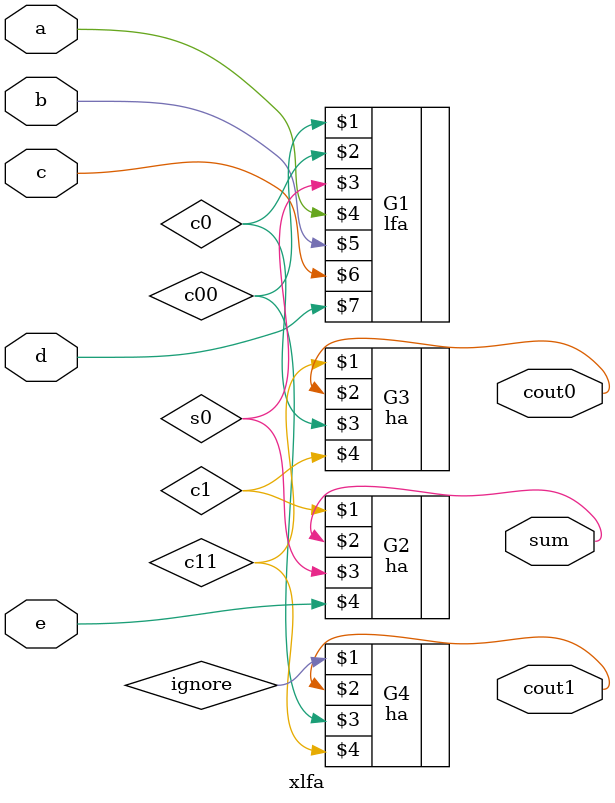
<source format=v>
module xlfa(cout1,cout0,sum,a,b,c,d,e);
input a,b,c,d,e;
output cout1,cout0,sum;

wire c00,c0,c1,sum,c11,cout0,unused,cout1;

lfa G1 (c00,c0,s0,a,b,c,d);
ha G2 (c1,sum,s0,e);
ha G3 (c11,cout0,c0,c1);
ha G4 (ignore,cout1,c00,c11);

endmodule
</source>
